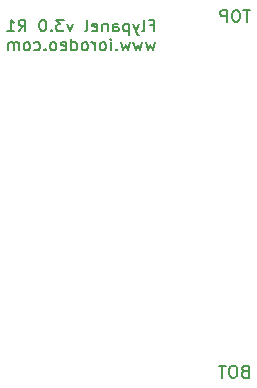
<source format=gbo>
G04 (created by PCBNEW (2013-jul-07)-stable) date Thu 02 Jun 2016 05:53:07 PM PDT*
%MOIN*%
G04 Gerber Fmt 3.4, Leading zero omitted, Abs format*
%FSLAX34Y34*%
G01*
G70*
G90*
G04 APERTURE LIST*
%ADD10C,0.00590551*%
%ADD11C,0.008*%
%ADD12C,0.0079*%
G04 APERTURE END LIST*
G54D10*
G54D11*
X51435Y-38968D02*
X51378Y-38987D01*
X51359Y-39006D01*
X51340Y-39044D01*
X51340Y-39101D01*
X51359Y-39139D01*
X51378Y-39158D01*
X51416Y-39177D01*
X51569Y-39177D01*
X51569Y-38777D01*
X51435Y-38777D01*
X51397Y-38796D01*
X51378Y-38815D01*
X51359Y-38853D01*
X51359Y-38891D01*
X51378Y-38930D01*
X51397Y-38949D01*
X51435Y-38968D01*
X51569Y-38968D01*
X51092Y-38777D02*
X51016Y-38777D01*
X50978Y-38796D01*
X50940Y-38834D01*
X50921Y-38910D01*
X50921Y-39044D01*
X50940Y-39120D01*
X50978Y-39158D01*
X51016Y-39177D01*
X51092Y-39177D01*
X51130Y-39158D01*
X51169Y-39120D01*
X51188Y-39044D01*
X51188Y-38910D01*
X51169Y-38834D01*
X51130Y-38796D01*
X51092Y-38777D01*
X50807Y-38777D02*
X50578Y-38777D01*
X50692Y-39177D02*
X50692Y-38777D01*
X51626Y-26927D02*
X51397Y-26927D01*
X51511Y-27327D02*
X51511Y-26927D01*
X51188Y-26927D02*
X51111Y-26927D01*
X51073Y-26946D01*
X51035Y-26984D01*
X51016Y-27060D01*
X51016Y-27193D01*
X51035Y-27270D01*
X51073Y-27308D01*
X51111Y-27327D01*
X51188Y-27327D01*
X51226Y-27308D01*
X51264Y-27270D01*
X51283Y-27193D01*
X51283Y-27060D01*
X51264Y-26984D01*
X51226Y-26946D01*
X51188Y-26927D01*
X50845Y-27327D02*
X50845Y-26927D01*
X50692Y-26927D01*
X50654Y-26946D01*
X50635Y-26965D01*
X50616Y-27003D01*
X50616Y-27060D01*
X50635Y-27098D01*
X50654Y-27117D01*
X50692Y-27136D01*
X50845Y-27136D01*
G54D12*
X48291Y-27433D02*
X48423Y-27433D01*
X48423Y-27639D02*
X48423Y-27245D01*
X48235Y-27245D01*
X48029Y-27639D02*
X48066Y-27621D01*
X48085Y-27583D01*
X48085Y-27245D01*
X47916Y-27377D02*
X47822Y-27639D01*
X47729Y-27377D02*
X47822Y-27639D01*
X47860Y-27733D01*
X47879Y-27752D01*
X47916Y-27771D01*
X47579Y-27377D02*
X47579Y-27771D01*
X47579Y-27395D02*
X47541Y-27377D01*
X47466Y-27377D01*
X47428Y-27395D01*
X47410Y-27414D01*
X47391Y-27452D01*
X47391Y-27564D01*
X47410Y-27602D01*
X47428Y-27621D01*
X47466Y-27639D01*
X47541Y-27639D01*
X47579Y-27621D01*
X47053Y-27639D02*
X47053Y-27433D01*
X47072Y-27395D01*
X47109Y-27377D01*
X47185Y-27377D01*
X47222Y-27395D01*
X47053Y-27621D02*
X47091Y-27639D01*
X47185Y-27639D01*
X47222Y-27621D01*
X47241Y-27583D01*
X47241Y-27545D01*
X47222Y-27508D01*
X47185Y-27489D01*
X47091Y-27489D01*
X47053Y-27470D01*
X46866Y-27377D02*
X46866Y-27639D01*
X46866Y-27414D02*
X46847Y-27395D01*
X46809Y-27377D01*
X46753Y-27377D01*
X46715Y-27395D01*
X46697Y-27433D01*
X46697Y-27639D01*
X46359Y-27621D02*
X46397Y-27639D01*
X46472Y-27639D01*
X46509Y-27621D01*
X46528Y-27583D01*
X46528Y-27433D01*
X46509Y-27395D01*
X46472Y-27377D01*
X46397Y-27377D01*
X46359Y-27395D01*
X46340Y-27433D01*
X46340Y-27470D01*
X46528Y-27508D01*
X46115Y-27639D02*
X46153Y-27621D01*
X46171Y-27583D01*
X46171Y-27245D01*
X45702Y-27377D02*
X45609Y-27639D01*
X45515Y-27377D01*
X45402Y-27245D02*
X45158Y-27245D01*
X45290Y-27395D01*
X45233Y-27395D01*
X45196Y-27414D01*
X45177Y-27433D01*
X45158Y-27470D01*
X45158Y-27564D01*
X45177Y-27602D01*
X45196Y-27621D01*
X45233Y-27639D01*
X45346Y-27639D01*
X45383Y-27621D01*
X45402Y-27602D01*
X44989Y-27602D02*
X44971Y-27621D01*
X44989Y-27639D01*
X45008Y-27621D01*
X44989Y-27602D01*
X44989Y-27639D01*
X44727Y-27245D02*
X44689Y-27245D01*
X44652Y-27264D01*
X44633Y-27283D01*
X44614Y-27320D01*
X44595Y-27395D01*
X44595Y-27489D01*
X44614Y-27564D01*
X44633Y-27602D01*
X44652Y-27621D01*
X44689Y-27639D01*
X44727Y-27639D01*
X44764Y-27621D01*
X44783Y-27602D01*
X44802Y-27564D01*
X44821Y-27489D01*
X44821Y-27395D01*
X44802Y-27320D01*
X44783Y-27283D01*
X44764Y-27264D01*
X44727Y-27245D01*
X43901Y-27639D02*
X44033Y-27452D01*
X44126Y-27639D02*
X44126Y-27245D01*
X43976Y-27245D01*
X43939Y-27264D01*
X43920Y-27283D01*
X43901Y-27320D01*
X43901Y-27377D01*
X43920Y-27414D01*
X43939Y-27433D01*
X43976Y-27452D01*
X44126Y-27452D01*
X43526Y-27639D02*
X43751Y-27639D01*
X43639Y-27639D02*
X43639Y-27245D01*
X43676Y-27302D01*
X43714Y-27339D01*
X43751Y-27358D01*
X48442Y-28007D02*
X48367Y-28270D01*
X48291Y-28082D01*
X48216Y-28270D01*
X48141Y-28007D01*
X48029Y-28007D02*
X47954Y-28270D01*
X47879Y-28082D01*
X47804Y-28270D01*
X47729Y-28007D01*
X47616Y-28007D02*
X47541Y-28270D01*
X47466Y-28082D01*
X47391Y-28270D01*
X47316Y-28007D01*
X47166Y-28232D02*
X47147Y-28251D01*
X47166Y-28270D01*
X47185Y-28251D01*
X47166Y-28232D01*
X47166Y-28270D01*
X46978Y-28270D02*
X46978Y-28007D01*
X46978Y-27876D02*
X46997Y-27895D01*
X46978Y-27913D01*
X46959Y-27895D01*
X46978Y-27876D01*
X46978Y-27913D01*
X46734Y-28270D02*
X46772Y-28251D01*
X46791Y-28232D01*
X46809Y-28195D01*
X46809Y-28082D01*
X46791Y-28045D01*
X46772Y-28026D01*
X46734Y-28007D01*
X46678Y-28007D01*
X46640Y-28026D01*
X46622Y-28045D01*
X46603Y-28082D01*
X46603Y-28195D01*
X46622Y-28232D01*
X46640Y-28251D01*
X46678Y-28270D01*
X46734Y-28270D01*
X46434Y-28270D02*
X46434Y-28007D01*
X46434Y-28082D02*
X46415Y-28045D01*
X46397Y-28026D01*
X46359Y-28007D01*
X46321Y-28007D01*
X46134Y-28270D02*
X46171Y-28251D01*
X46190Y-28232D01*
X46209Y-28195D01*
X46209Y-28082D01*
X46190Y-28045D01*
X46171Y-28026D01*
X46134Y-28007D01*
X46078Y-28007D01*
X46040Y-28026D01*
X46021Y-28045D01*
X46003Y-28082D01*
X46003Y-28195D01*
X46021Y-28232D01*
X46040Y-28251D01*
X46078Y-28270D01*
X46134Y-28270D01*
X45665Y-28270D02*
X45665Y-27876D01*
X45665Y-28251D02*
X45702Y-28270D01*
X45777Y-28270D01*
X45815Y-28251D01*
X45834Y-28232D01*
X45852Y-28195D01*
X45852Y-28082D01*
X45834Y-28045D01*
X45815Y-28026D01*
X45777Y-28007D01*
X45702Y-28007D01*
X45665Y-28026D01*
X45327Y-28251D02*
X45365Y-28270D01*
X45440Y-28270D01*
X45477Y-28251D01*
X45496Y-28214D01*
X45496Y-28064D01*
X45477Y-28026D01*
X45440Y-28007D01*
X45365Y-28007D01*
X45327Y-28026D01*
X45308Y-28064D01*
X45308Y-28101D01*
X45496Y-28139D01*
X45083Y-28270D02*
X45121Y-28251D01*
X45139Y-28232D01*
X45158Y-28195D01*
X45158Y-28082D01*
X45139Y-28045D01*
X45121Y-28026D01*
X45083Y-28007D01*
X45027Y-28007D01*
X44989Y-28026D01*
X44971Y-28045D01*
X44952Y-28082D01*
X44952Y-28195D01*
X44971Y-28232D01*
X44989Y-28251D01*
X45027Y-28270D01*
X45083Y-28270D01*
X44783Y-28232D02*
X44764Y-28251D01*
X44783Y-28270D01*
X44802Y-28251D01*
X44783Y-28232D01*
X44783Y-28270D01*
X44427Y-28251D02*
X44464Y-28270D01*
X44539Y-28270D01*
X44577Y-28251D01*
X44595Y-28232D01*
X44614Y-28195D01*
X44614Y-28082D01*
X44595Y-28045D01*
X44577Y-28026D01*
X44539Y-28007D01*
X44464Y-28007D01*
X44427Y-28026D01*
X44201Y-28270D02*
X44239Y-28251D01*
X44258Y-28232D01*
X44276Y-28195D01*
X44276Y-28082D01*
X44258Y-28045D01*
X44239Y-28026D01*
X44201Y-28007D01*
X44145Y-28007D01*
X44108Y-28026D01*
X44089Y-28045D01*
X44070Y-28082D01*
X44070Y-28195D01*
X44089Y-28232D01*
X44108Y-28251D01*
X44145Y-28270D01*
X44201Y-28270D01*
X43901Y-28270D02*
X43901Y-28007D01*
X43901Y-28045D02*
X43882Y-28026D01*
X43845Y-28007D01*
X43789Y-28007D01*
X43751Y-28026D01*
X43732Y-28064D01*
X43732Y-28270D01*
X43732Y-28064D02*
X43714Y-28026D01*
X43676Y-28007D01*
X43620Y-28007D01*
X43582Y-28026D01*
X43563Y-28064D01*
X43563Y-28270D01*
M02*

</source>
